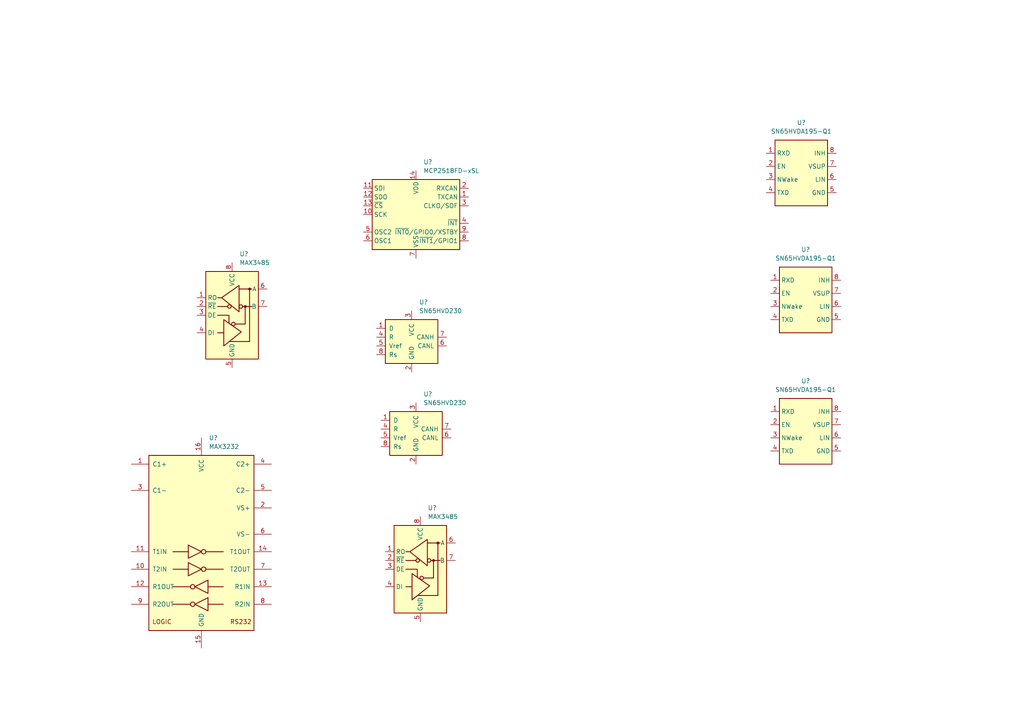
<source format=kicad_sch>
(kicad_sch (version 20250114) (generator "eeschema") (generator_version "9.0")
  (paper "A4")
  (lib_symbols
    (symbol "Interface_CAN_LIN:MCP2518FD"
      (property "Reference" "U" (at -12.7 12.7 0))
      (property "Value" "MCP2518FD-xSL" (at 2.54 12.7 0))
      (symbol "MCP2518FD_0_1"
        (rectangle (start -12.7 10.16) (end 12.7 -10.16) (stroke (width 0.254)) (fill (type background)))
      )
      (symbol "MCP2518FD_1_1"
        (pin input line (at -15.24 7.62 0) (length 2.54) (name "SDI") (number "11"))
        (pin output line (at -15.24 5.08 0) (length 2.54) (name "SDO") (number "12"))
        (pin input line (at -15.24 2.54 0) (length 2.54) (name "~{CS}") (number "13"))
        (pin input line (at -15.24 0 0) (length 2.54) (name "SCK") (number "10"))
        (pin output line (at -15.24 -5.08 0) (length 2.54) (name "OSC2") (number "5"))
        (pin input line (at -15.24 -7.62 0) (length 2.54) (name "OSC1") (number "6"))
        (pin power_in line (at 0 12.7 270) (length 2.54) (name "VDD") (number "14"))
        (pin power_in line (at 0 -12.7 90) (length 2.54) (name "VSS") (number "7"))
        (pin input line (at 15.24 7.62 180) (length 2.54) (name "RXCAN") (number "2"))
        (pin output line (at 15.24 5.08 180) (length 2.54) (name "TXCAN") (number "1"))
        (pin output line (at 15.24 2.54 180) (length 2.54) (name "CLKO/SOF") (number "3"))
        (pin output line (at 15.24 -2.54 180) (length 2.54) (name "~{INT}") (number "4"))
        (pin bidirectional line (at 15.24 -5.08 180) (length 2.54) (name "~{INT0}/GPIO0/XSTBY") (number "9"))
        (pin bidirectional line (at 15.24 -7.62 180) (length 2.54) (name "~{INT1}/GPIO1") (number "8"))
      )
    )
    (symbol "Interface_CAN_LIN:SN65HVD230" (pin_names (offset 1.016))
      (property "Reference" "U" (at -2.54 10.16 0))
      (property "Value" "SN65HVD230" (at -2.54 7.62 0))
      (symbol "SN65HVD230_0_1"
        (rectangle (start -7.62 5.08) (end 7.62 -7.62) (stroke (width 0.254)) (fill (type background)))
      )
      (symbol "SN65HVD230_1_1"
        (pin input line (at -10.16 2.54 0) (length 2.54) (name "D") (number "1"))
        (pin output line (at -10.16 0 0) (length 2.54) (name "R") (number "4"))
        (pin output line (at -10.16 -2.54 0) (length 2.54) (name "Vref") (number "5"))
        (pin input line (at -10.16 -5.08 0) (length 2.54) (name "Rs") (number "8"))
        (pin power_in line (at 0 7.62 270) (length 2.54) (name "VCC") (number "3"))
        (pin power_in line (at 0 -10.16 90) (length 2.54) (name "GND") (number "2"))
        (pin bidirectional line (at 10.16 0 180) (length 2.54) (name "CANH") (number "7"))
        (pin bidirectional line (at 10.16 -2.54 180) (length 2.54) (name "CANL") (number "6"))
      )
    )
    (symbol "Interface_CAN_LIN:SN65HVDA195-Q1"
      (property "Reference" "U" (at -5.334 0.762 0))
      (property "Value" "SN65HVDA195-Q1" (at 2.794 -1.524 0))
      (symbol "SN65HVDA195-Q1_1_1"
        (rectangle (start -6.35 -3.81) (end 8.89 -22.86) (stroke (width 0.254)) (fill (type background)))
        (pin output line (at -8.89 -7.62 0) (length 2.54) (name "RXD") (number "1"))
        (pin input line (at -8.89 -11.43 0) (length 2.54) (name "EN") (number "2"))
        (pin input line (at -8.89 -15.24 0) (length 2.54) (name "NWake") (number "3"))
        (pin input line (at -8.89 -19.05 0) (length 2.54) (name "TXD") (number "4"))
        (pin open_emitter line (at 11.43 -7.62 180) (length 2.54) (name "INH") (number "8"))
        (pin power_in line (at 11.43 -11.43 180) (length 2.54) (name "VSUP") (number "7"))
        (pin open_collector line (at 11.43 -15.24 180) (length 2.54) (name "LIN") (number "6"))
        (pin power_in line (at 11.43 -19.05 180) (length 2.54) (name "GND") (number "5"))
      )
    )
    (symbol "Interface_UART:MAX3232" (pin_names (offset 1.016))
      (property "Reference" "U" (at -2.54 28.575 0))
      (property "Value" "MAX3232" (at -2.54 26.67 0))
      (symbol "MAX3232_0_0"
        (text "LOGIC" (at -11.43 -22.86 0) (effects (font (size 1.27 1.27))))
        (text "RS232" (at 11.43 -22.86 0) (effects (font (size 1.27 1.27))))
      )
      (symbol "MAX3232_0_1"
        (rectangle (start -15.24 -25.4) (end 15.24 25.4) (stroke (width 0.254)) (fill (type background)))
        (polyline (pts (xy -3.81 -0.635) (xy -3.81 -4.445) (xy 0 -2.54) (xy -3.81 -0.635)) (stroke (width 0.254)))
        (polyline (pts (xy -3.81 -2.54) (xy -8.255 -2.54)) (stroke (width 0.254)))
        (polyline (pts (xy -3.81 -5.715) (xy -3.81 -9.525) (xy 0 -7.62) (xy -3.81 -5.715)) (stroke (width 0.254)))
        (polyline (pts (xy -3.81 -7.62) (xy -8.255 -7.62)) (stroke (width 0.254)))
        (polyline (pts (xy -3.175 -12.7) (xy -8.255 -12.7)) (stroke (width 0.254)))
        (polyline (pts (xy -3.175 -17.78) (xy -8.255 -17.78)) (stroke (width 0.254)))
        (circle (center -2.54 -12.7) (radius 0.635) (stroke (width 0.254)))
        (circle (center -2.54 -17.78) (radius 0.635) (stroke (width 0.254)))
        (circle (center 0.635 -2.54) (radius 0.635) (stroke (width 0.254)))
        (circle (center 0.635 -7.62) (radius 0.635) (stroke (width 0.254)))
        (polyline (pts (xy 1.27 -2.54) (xy 6.35 -2.54)) (stroke (width 0.254)))
        (polyline (pts (xy 1.27 -7.62) (xy 6.35 -7.62)) (stroke (width 0.254)))
        (polyline (pts (xy 1.905 -10.795) (xy 1.905 -14.605) (xy -1.905 -12.7) (xy 1.905 -10.795)) (stroke (width 0.254)))
        (polyline (pts (xy 1.905 -12.7) (xy 6.35 -12.7)) (stroke (width 0.254)))
        (polyline (pts (xy 1.905 -15.875) (xy 1.905 -19.685) (xy -1.905 -17.78) (xy 1.905 -15.875)) (stroke (width 0.254)))
        (polyline (pts (xy 1.905 -17.78) (xy 6.35 -17.78)) (stroke (width 0.254)))
      )
      (symbol "MAX3232_1_1"
        (pin passive line (at -20.32 22.86 0) (length 5.08) (name "C1+") (number "1"))
        (pin passive line (at -20.32 15.24 0) (length 5.08) (name "C1-") (number "3"))
        (pin input line (at -20.32 -2.54 0) (length 5.08) (name "T1IN") (number "11"))
        (pin input line (at -20.32 -7.62 0) (length 5.08) (name "T2IN") (number "10"))
        (pin output line (at -20.32 -12.7 0) (length 5.08) (name "R1OUT") (number "12"))
        (pin output line (at -20.32 -17.78 0) (length 5.08) (name "R2OUT") (number "9"))
        (pin power_in line (at 0 30.48 270) (length 5.08) (name "VCC") (number "16"))
        (pin power_in line (at 0 -30.48 90) (length 5.08) (name "GND") (number "15"))
        (pin passive line (at 20.32 22.86 180) (length 5.08) (name "C2+") (number "4"))
        (pin passive line (at 20.32 15.24 180) (length 5.08) (name "C2-") (number "5"))
        (pin power_out line (at 20.32 10.16 180) (length 5.08) (name "VS+") (number "2"))
        (pin power_out line (at 20.32 2.54 180) (length 5.08) (name "VS-") (number "6"))
        (pin output line (at 20.32 -2.54 180) (length 5.08) (name "T1OUT") (number "14"))
        (pin output line (at 20.32 -7.62 180) (length 5.08) (name "T2OUT") (number "7"))
        (pin input line (at 20.32 -12.7 180) (length 5.08) (name "R1IN") (number "13"))
        (pin input line (at 20.32 -17.78 180) (length 5.08) (name "R2IN") (number "8"))
      )
    )
    (symbol "Interface_UART:MAX3485"
      (property "Reference" "U" (at -6.985 13.97 0))
      (property "Value" "MAX3485" (at 1.905 13.97 0))
      (symbol "MAX3485_0_1"
        (rectangle (start -7.62 12.7) (end 7.62 -12.7) (stroke (width 0.254)) (fill (type background)))
        (polyline (pts (xy -4.191 2.54) (xy -1.27 2.54)) (stroke (width 0.254)))
        (polyline (pts (xy -4.191 0) (xy -0.889 0) (xy -0.889 -2.286)) (stroke (width 0.254)))
        (polyline (pts (xy -3.175 5.08) (xy -4.191 5.08) (xy -4.064 5.08)) (stroke (width 0.254)))
        (polyline (pts (xy -2.54 -5.08) (xy -4.191 -5.08)) (stroke (width 0.254)))
        (polyline (pts (xy -2.413 -5.08) (xy -2.413 -1.27) (xy 2.667 -4.826) (xy -2.413 -8.89) (xy -2.413 -5.08)) (stroke (width 0.254)))
        (polyline (pts (xy -0.635 -7.62) (xy 5.08 -7.62)) (stroke (width 0.254)))
        (circle (center 0.381 -2.54) (radius 0.508) (stroke (width 0.254)))
        (polyline (pts (xy 0.889 -2.54) (xy 3.81 -2.54)) (stroke (width 0.254)))
        (polyline (pts (xy 2.032 7.62) (xy 5.715 7.62)) (stroke (width 0.254)))
        (polyline (pts (xy 3.048 2.54) (xy 5.715 2.54)) (stroke (width 0.254)))
        (circle (center 3.81 2.54) (radius 0.2794) (stroke (width 0.254)) (fill (type outline)))
        (polyline (pts (xy 3.81 -2.54) (xy 3.81 2.54)) (stroke (width 0.254)))
        (polyline (pts (xy 5.08 -7.62) (xy 5.08 7.62)) (stroke (width 0.254)))
      )
      (symbol "MAX3485_1_1"
        (circle (center -0.762 2.54) (radius 0.508) (stroke (width 0.254)))
        (polyline (pts (xy 2.032 4.826) (xy 2.032 8.636) (xy -3.048 5.08) (xy 2.032 1.016) (xy 2.032 4.826)) (stroke (width 0.254)))
        (circle (center 2.54 2.54) (radius 0.508) (stroke (width 0.254)))
        (circle (center 5.08 7.62) (radius 0.2794) (stroke (width 0.254)) (fill (type outline)))
        (pin output line (at -10.16 5.08 0) (length 2.54) (name "RO") (number "1"))
        (pin input line (at -10.16 2.54 0) (length 2.54) (name "~{RE}") (number "2"))
        (pin input line (at -10.16 0 0) (length 2.54) (name "DE") (number "3"))
        (pin input line (at -10.16 -5.08 0) (length 2.54) (name "DI") (number "4"))
        (pin power_in line (at 0 15.24 270) (length 2.54) (name "VCC") (number "8"))
        (pin power_in line (at 0 -15.24 90) (length 2.54) (name "GND") (number "5"))
        (pin bidirectional line (at 10.16 7.62 180) (length 2.54) (name "A") (number "6"))
        (pin bidirectional line (at 10.16 2.54 180) (length 2.54) (name "B") (number "7"))
      )
    )
  )
  (symbol (lib_id "Interface_CAN_LIN:SN65HVDA195-Q1") (at 232.41 111.76 0) (unit 1)
    (property "Reference" "U?" (at 233.68 110.49 0))
    (property "Value" "SN65HVDA195-Q1" (at 233.68 113.03 0))
    (property "Footprint" "Package_SO:SOIC-8_3.9x4.9mm_P1.27mm" (effects (hide yes)))
    (property "Description" "3V3 Transceiver LIN/KLINE" (effects (hide yes)))
  )
  (symbol (lib_id "Interface_CAN_LIN:SN65HVDA195-Q1") (at 232.41 73.66 0) (unit 1)
    (property "Reference" "U?" (at 233.68 72.39 0))
    (property "Value" "SN65HVDA195-Q1" (at 233.68 74.93 0))
    (property "Footprint" "Package_SO:SOIC-8_3.9x4.9mm_P1.27mm" (effects (hide yes)))
    (property "Description" "3V3 Transceiver LIN/KLINE" (effects (hide yes)))
  )
  (symbol (lib_id "Interface_UART:MAX3485") (at 67.31 91.44 0) (unit 1)
    (property "Reference" "U?" (at 69.4533 73.66 0) (effects (justify left)))
    (property "Value" "MAX3485" (at 69.4533 76.2 0) (effects (justify left)))
    (property "Footprint" "Package_SO:SOIC-8_3.9x4.9mm_P1.27mm" (effects (hide yes)))
    (property "Datasheet" "https://datasheets.maximintegrated.com/en/ds/MAX3483-MAX3491.pdf" (effects (hide yes)))
    (property "Description" "True RS-485/RS-422, 10Mbps, Slew-Rate Limited, with low-power shutdown, with receiver/driver enable, 32 receiver drive capacitity, DIP-8 and SOIC-8" (effects (hide yes)))
  )
  (symbol (lib_id "Interface_UART:MAX3232") (at 58.42 157.48 0) (unit 1)
    (property "Reference" "U?" (at 60.5633 127 0) (effects (justify left)))
    (property "Value" "MAX3232" (at 60.5633 129.54 0) (effects (justify left)))
    (property "Footprint" "Package_SO:SOIC-16W_5.3x10.2mm_P1.27mm" (effects (hide yes)))
    (property "Datasheet" "https://datasheets.maximintegrated.com/en/ds/MAX3222-MAX3241.pdf" (effects (hide yes)))
    (property "Description" "3.0V to 5.5V, Low-Power, up to 1Mbps, True RS-232 Transceivers Using Four 0.1μF External Capacitors" (effects (hide yes)))
  )
  (symbol (lib_id "Interface_CAN_LIN:SN65HVD230") (at 119.38 97.79 0) (unit 1)
    (property "Reference" "U?" (at 121.5233 87.63 0) (effects (justify left)))
    (property "Value" "SN65HVD230" (at 121.5233 90.17 0) (effects (justify left)))
    (property "Footprint" "Package_SO:SOIC-8_3.9x4.9mm_P1.27mm" (effects (hide yes)))
    (property "Datasheet" "http://www.ti.com/lit/ds/symlink/sn65hvd230.pdf" (effects (hide yes)))
    (property "Description" "CAN Bus Transceivers, 3.3V, 1Mbps, Low-Power capabilities, SOIC-8" (effects (hide yes)))
  )
  (symbol (lib_id "Interface_UART:MAX3485") (at 121.92 165.1 0) (unit 1)
    (property "Reference" "U?" (at 124.0633 147.32 0) (effects (justify left)))
    (property "Value" "MAX3485" (at 124.0633 149.86 0) (effects (justify left)))
    (property "Footprint" "Package_SO:SOIC-8_3.9x4.9mm_P1.27mm" (effects (hide yes)))
    (property "Datasheet" "https://datasheets.maximintegrated.com/en/ds/MAX3483-MAX3491.pdf" (effects (hide yes)))
    (property "Description" "True RS-485/RS-422, 10Mbps, Slew-Rate Limited, with low-power shutdown, with receiver/driver enable, 32 receiver drive capacitity, DIP-8 and SOIC-8" (effects (hide yes)))
  )
  (symbol (lib_id "Interface_CAN_LIN:MCP2518FD") (at 120.65 62.23 0) (unit 1)
    (property "Reference" "U?" (at 122.7933 46.99 0) (effects (justify left)))
    (property "Value" "MCP2518FD-xSL" (at 122.7933 49.53 0) (effects (justify left)))
    (property "Footprint" "Package_SO:SOIC-14_3.9x8.7mm_P1.27mm" (effects (hide yes)))
    (property "Datasheet" "https://ww1.microchip.com/downloads/en/DeviceDoc/MCP2517FD-External-CAN-FD-Controller-with-SPI-Interface-20005688B.pdf" (effects (hide yes)))
    (property "Description" "External CAN FD Controller with SPI Interface, SOIC-14" (effects (hide yes)))
  )
  (symbol (lib_id "Interface_CAN_LIN:SN65HVDA195-Q1") (at 231.14 36.83 0) (unit 1)
    (property "Reference" "U?" (at 232.41 35.56 0))
    (property "Value" "SN65HVDA195-Q1" (at 232.41 38.1 0))
    (property "Footprint" "Package_SO:SOIC-8_3.9x4.9mm_P1.27mm" (effects (hide yes)))
    (property "Description" "3V3 Transceiver LIN/KLINE" (effects (hide yes)))
  )
  (symbol (lib_id "Interface_CAN_LIN:SN65HVD230") (at 120.65 124.46 0) (unit 1)
    (property "Reference" "U?" (at 122.7933 114.3 0) (effects (justify left)))
    (property "Value" "SN65HVD230" (at 122.7933 116.84 0) (effects (justify left)))
    (property "Footprint" "Package_SO:SOIC-8_3.9x4.9mm_P1.27mm" (effects (hide yes)))
    (property "Datasheet" "http://www.ti.com/lit/ds/symlink/sn65hvd230.pdf" (effects (hide yes)))
    (property "Description" "CAN Bus Transceivers, 3.3V, 1Mbps, Low-Power capabilities, SOIC-8" (effects (hide yes)))
  )
)
</source>
